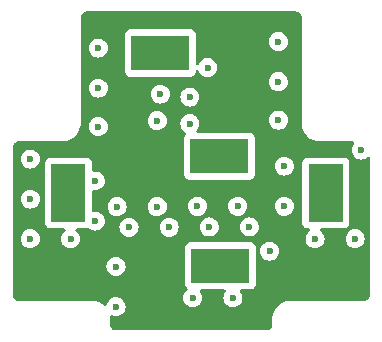
<source format=gbr>
%TF.GenerationSoftware,KiCad,Pcbnew,8.0.7*%
%TF.CreationDate,2025-04-11T02:02:32-04:00*%
%TF.ProjectId,2M_3F,324d5f33-462e-46b6-9963-61645f706362,rev?*%
%TF.SameCoordinates,Original*%
%TF.FileFunction,Copper,L3,Inr*%
%TF.FilePolarity,Positive*%
%FSLAX46Y46*%
G04 Gerber Fmt 4.6, Leading zero omitted, Abs format (unit mm)*
G04 Created by KiCad (PCBNEW 8.0.7) date 2025-04-11 02:02:32*
%MOMM*%
%LPD*%
G01*
G04 APERTURE LIST*
%TA.AperFunction,ComponentPad*%
%ADD10R,3.000000X5.000000*%
%TD*%
%TA.AperFunction,ComponentPad*%
%ADD11R,5.000000X3.000000*%
%TD*%
%TA.AperFunction,ViaPad*%
%ADD12C,0.600000*%
%TD*%
G04 APERTURE END LIST*
D10*
%TO.N,Net-(J1-Pin_1)*%
%TO.C,J1*%
X97207100Y-47653300D03*
D11*
%TO.N,GND*%
X102844600Y-47040800D03*
%TD*%
D10*
%TO.N,Net-(J1-Pin_1)*%
%TO.C,J4*%
X97112500Y-38375000D03*
D11*
%TO.N,GND*%
X102750000Y-37762500D03*
%TD*%
%TO.N,Net-(J1-Pin_1)*%
%TO.C,J3*%
X111137500Y-47512500D03*
D10*
%TO.N,GND*%
X111750000Y-40875000D03*
%TD*%
%TO.N,Net-(J1-Pin_1)*%
%TO.C,J5*%
X104387500Y-29637500D03*
D11*
%TO.N,GND*%
X97750000Y-29025000D03*
%TD*%
%TO.N,Net-(J1-Pin_1)*%
%TO.C,J2*%
X89362500Y-47512500D03*
D10*
%TO.N,GND*%
X89975000Y-40875000D03*
%TD*%
D12*
%TO.N,GND*%
X95100000Y-43775000D03*
X107000000Y-45800000D03*
X114750000Y-37250000D03*
X92250000Y-43250000D03*
X107750000Y-31450000D03*
X105300000Y-43750000D03*
X90150000Y-44750000D03*
X86750000Y-41400000D03*
X97500000Y-42025000D03*
X100250000Y-32750000D03*
X100900000Y-42000000D03*
X92500000Y-32000000D03*
X108250000Y-38600000D03*
X103900000Y-49750000D03*
X104300000Y-42000000D03*
X86750000Y-44750000D03*
X92250000Y-39850000D03*
X114250000Y-44750000D03*
X92500000Y-28600000D03*
X94100000Y-42025000D03*
X107750000Y-28050000D03*
X98500000Y-43775000D03*
X92500000Y-35250000D03*
X97500000Y-34750000D03*
X110850000Y-44750000D03*
X94000000Y-50500000D03*
X100250000Y-35000000D03*
X107750000Y-34700000D03*
X100500000Y-49750000D03*
X86750000Y-38000000D03*
X108250000Y-42000000D03*
X101900000Y-43750000D03*
X101750000Y-30250000D03*
X97750000Y-32500000D03*
X94000000Y-47100000D03*
%TO.N,Net-(J1-Pin_1)*%
X108250000Y-36900000D03*
X95800000Y-42025000D03*
X92250000Y-38150000D03*
X105600000Y-49750000D03*
X111250000Y-37000000D03*
X101750000Y-28550000D03*
X107000000Y-43750000D03*
X102500000Y-35000000D03*
X88450000Y-44750000D03*
X95250000Y-32250000D03*
X86750000Y-43100000D03*
X105350000Y-35000000D03*
X95000000Y-34750000D03*
X92500000Y-30300000D03*
X91850000Y-44750000D03*
X102600000Y-42000000D03*
X106000000Y-42000000D03*
X99200000Y-42025000D03*
X107750000Y-26350000D03*
X100200000Y-43775000D03*
X108250000Y-40300000D03*
X92500000Y-26900000D03*
X101950000Y-32750000D03*
X86750000Y-39700000D03*
X112550000Y-44750000D03*
X92250000Y-41550000D03*
X103600000Y-43750000D03*
X109150000Y-44750000D03*
X107000000Y-47500000D03*
X94000000Y-45400000D03*
X94000000Y-48800000D03*
X114750000Y-49250000D03*
X114500000Y-41750000D03*
X107750000Y-33000000D03*
X107750000Y-29750000D03*
X102200000Y-49750000D03*
X92500000Y-33550000D03*
X96800000Y-43775000D03*
%TD*%
%TA.AperFunction,Conductor*%
%TO.N,Net-(J1-Pin_1)*%
G36*
X109256922Y-25501280D02*
G01*
X109347266Y-25511459D01*
X109374331Y-25517636D01*
X109453540Y-25545352D01*
X109478553Y-25557398D01*
X109549606Y-25602043D01*
X109571313Y-25619355D01*
X109630644Y-25678686D01*
X109647957Y-25700395D01*
X109692600Y-25771444D01*
X109704648Y-25796462D01*
X109732362Y-25875666D01*
X109738540Y-25902735D01*
X109748720Y-25993076D01*
X109749500Y-26006961D01*
X109749500Y-35107317D01*
X109780044Y-35319764D01*
X109780047Y-35319774D01*
X109840517Y-35525715D01*
X109929672Y-35720938D01*
X109929679Y-35720951D01*
X110000076Y-35830490D01*
X110031775Y-35879816D01*
X110045720Y-35901514D01*
X110186275Y-36063724D01*
X110291632Y-36155016D01*
X110348487Y-36204281D01*
X110464831Y-36279050D01*
X110529048Y-36320320D01*
X110529061Y-36320327D01*
X110724284Y-36409482D01*
X110724288Y-36409483D01*
X110724290Y-36409484D01*
X110930231Y-36469954D01*
X110930232Y-36469954D01*
X110930235Y-36469955D01*
X110993584Y-36479062D01*
X111142682Y-36500500D01*
X111184108Y-36500500D01*
X114068060Y-36500500D01*
X114135099Y-36520185D01*
X114180854Y-36572989D01*
X114190798Y-36642147D01*
X114161773Y-36705703D01*
X114155741Y-36712181D01*
X114120184Y-36747737D01*
X114024211Y-36900476D01*
X113964631Y-37070745D01*
X113964630Y-37070750D01*
X113944435Y-37249996D01*
X113944435Y-37250003D01*
X113964630Y-37429249D01*
X113964631Y-37429254D01*
X114024211Y-37599523D01*
X114120184Y-37752262D01*
X114247738Y-37879816D01*
X114329525Y-37931206D01*
X114391557Y-37970184D01*
X114400478Y-37975789D01*
X114469678Y-38000003D01*
X114570745Y-38035368D01*
X114570750Y-38035369D01*
X114749996Y-38055565D01*
X114750000Y-38055565D01*
X114750004Y-38055565D01*
X114929249Y-38035369D01*
X114929252Y-38035368D01*
X114929255Y-38035368D01*
X115099522Y-37975789D01*
X115252262Y-37879816D01*
X115287819Y-37844259D01*
X115349142Y-37810774D01*
X115418834Y-37815758D01*
X115474767Y-37857630D01*
X115499184Y-37923094D01*
X115499500Y-37931940D01*
X115499500Y-49493038D01*
X115498720Y-49506923D01*
X115488540Y-49597264D01*
X115482362Y-49624333D01*
X115454648Y-49703537D01*
X115442600Y-49728555D01*
X115397957Y-49799604D01*
X115380644Y-49821313D01*
X115321313Y-49880644D01*
X115299604Y-49897957D01*
X115228555Y-49942600D01*
X115203537Y-49954648D01*
X115124333Y-49982362D01*
X115097264Y-49988540D01*
X115017075Y-49997576D01*
X115006921Y-49998720D01*
X114993038Y-49999500D01*
X108642682Y-49999500D01*
X108430235Y-50030044D01*
X108430225Y-50030047D01*
X108224284Y-50090517D01*
X108029061Y-50179672D01*
X108029048Y-50179679D01*
X107848485Y-50295720D01*
X107686275Y-50436275D01*
X107545720Y-50598485D01*
X107429679Y-50779048D01*
X107429672Y-50779061D01*
X107340517Y-50974284D01*
X107280047Y-51180225D01*
X107280044Y-51180235D01*
X107249500Y-51392682D01*
X107249500Y-51993038D01*
X107248720Y-52006923D01*
X107238540Y-52097264D01*
X107232362Y-52124333D01*
X107204648Y-52203537D01*
X107192600Y-52228555D01*
X107147957Y-52299604D01*
X107130644Y-52321313D01*
X107071313Y-52380644D01*
X107049604Y-52397957D01*
X106978555Y-52442600D01*
X106953537Y-52454648D01*
X106874333Y-52482362D01*
X106847264Y-52488540D01*
X106767075Y-52497576D01*
X106756921Y-52498720D01*
X106743038Y-52499500D01*
X94006962Y-52499500D01*
X93993078Y-52498720D01*
X93980553Y-52497308D01*
X93902735Y-52488540D01*
X93875666Y-52482362D01*
X93796462Y-52454648D01*
X93771444Y-52442600D01*
X93700395Y-52397957D01*
X93678686Y-52380644D01*
X93619355Y-52321313D01*
X93602042Y-52299604D01*
X93557399Y-52228555D01*
X93545351Y-52203537D01*
X93517637Y-52124333D01*
X93511459Y-52097263D01*
X93501280Y-52006922D01*
X93500500Y-51993038D01*
X93500500Y-51392683D01*
X93500499Y-51392676D01*
X93496351Y-51363828D01*
X93506292Y-51294669D01*
X93552046Y-51241864D01*
X93619085Y-51222178D01*
X93660043Y-51229136D01*
X93820745Y-51285368D01*
X93820750Y-51285369D01*
X93999996Y-51305565D01*
X94000000Y-51305565D01*
X94000004Y-51305565D01*
X94179249Y-51285369D01*
X94179252Y-51285368D01*
X94179255Y-51285368D01*
X94349522Y-51225789D01*
X94502262Y-51129816D01*
X94629816Y-51002262D01*
X94725789Y-50849522D01*
X94785368Y-50679255D01*
X94785369Y-50679249D01*
X94805565Y-50500003D01*
X94805565Y-50499996D01*
X94785369Y-50320750D01*
X94785368Y-50320745D01*
X94725788Y-50150476D01*
X94629815Y-49997737D01*
X94502262Y-49870184D01*
X94349523Y-49774211D01*
X94280321Y-49749996D01*
X99694435Y-49749996D01*
X99694435Y-49750003D01*
X99714630Y-49929249D01*
X99714631Y-49929254D01*
X99774211Y-50099523D01*
X99824577Y-50179679D01*
X99870184Y-50252262D01*
X99997738Y-50379816D01*
X100150478Y-50475789D01*
X100219678Y-50500003D01*
X100320745Y-50535368D01*
X100320750Y-50535369D01*
X100499996Y-50555565D01*
X100500000Y-50555565D01*
X100500004Y-50555565D01*
X100679249Y-50535369D01*
X100679252Y-50535368D01*
X100679255Y-50535368D01*
X100849522Y-50475789D01*
X101002262Y-50379816D01*
X101129816Y-50252262D01*
X101225789Y-50099522D01*
X101285368Y-49929255D01*
X101285369Y-49929249D01*
X101305565Y-49750003D01*
X101305565Y-49749996D01*
X101285369Y-49570750D01*
X101285368Y-49570745D01*
X101258177Y-49493038D01*
X101225789Y-49400478D01*
X101129816Y-49247738D01*
X101129815Y-49247737D01*
X101125727Y-49242611D01*
X101099319Y-49177924D01*
X101112076Y-49109229D01*
X101159947Y-49058336D01*
X101222675Y-49041299D01*
X103177325Y-49041299D01*
X103244364Y-49060984D01*
X103290119Y-49113788D01*
X103300063Y-49182946D01*
X103274273Y-49242611D01*
X103270183Y-49247738D01*
X103174211Y-49400476D01*
X103114631Y-49570745D01*
X103114630Y-49570750D01*
X103094435Y-49749996D01*
X103094435Y-49750003D01*
X103114630Y-49929249D01*
X103114631Y-49929254D01*
X103174211Y-50099523D01*
X103224577Y-50179679D01*
X103270184Y-50252262D01*
X103397738Y-50379816D01*
X103550478Y-50475789D01*
X103619678Y-50500003D01*
X103720745Y-50535368D01*
X103720750Y-50535369D01*
X103899996Y-50555565D01*
X103900000Y-50555565D01*
X103900004Y-50555565D01*
X104079249Y-50535369D01*
X104079252Y-50535368D01*
X104079255Y-50535368D01*
X104249522Y-50475789D01*
X104402262Y-50379816D01*
X104529816Y-50252262D01*
X104625789Y-50099522D01*
X104685368Y-49929255D01*
X104685369Y-49929249D01*
X104705565Y-49750003D01*
X104705565Y-49749996D01*
X104685369Y-49570750D01*
X104685368Y-49570745D01*
X104658177Y-49493038D01*
X104625789Y-49400478D01*
X104529816Y-49247738D01*
X104529815Y-49247737D01*
X104525727Y-49242611D01*
X104499319Y-49177924D01*
X104512076Y-49109229D01*
X104559947Y-49058336D01*
X104622675Y-49041299D01*
X105392471Y-49041299D01*
X105392472Y-49041299D01*
X105452083Y-49034891D01*
X105586931Y-48984596D01*
X105702146Y-48898346D01*
X105788396Y-48783131D01*
X105838691Y-48648283D01*
X105845100Y-48588673D01*
X105845099Y-45799996D01*
X106194435Y-45799996D01*
X106194435Y-45800003D01*
X106214630Y-45979249D01*
X106214631Y-45979254D01*
X106274211Y-46149523D01*
X106365266Y-46294435D01*
X106370184Y-46302262D01*
X106497738Y-46429816D01*
X106650478Y-46525789D01*
X106820745Y-46585368D01*
X106820750Y-46585369D01*
X106999996Y-46605565D01*
X107000000Y-46605565D01*
X107000004Y-46605565D01*
X107179249Y-46585369D01*
X107179252Y-46585368D01*
X107179255Y-46585368D01*
X107349522Y-46525789D01*
X107502262Y-46429816D01*
X107629816Y-46302262D01*
X107725789Y-46149522D01*
X107785368Y-45979255D01*
X107805565Y-45800000D01*
X107785368Y-45620745D01*
X107725789Y-45450478D01*
X107715005Y-45433316D01*
X107681388Y-45379815D01*
X107629816Y-45297738D01*
X107502262Y-45170184D01*
X107349523Y-45074211D01*
X107179254Y-45014631D01*
X107179249Y-45014630D01*
X107000004Y-44994435D01*
X106999996Y-44994435D01*
X106820750Y-45014630D01*
X106820745Y-45014631D01*
X106650476Y-45074211D01*
X106497737Y-45170184D01*
X106370184Y-45297737D01*
X106274211Y-45450476D01*
X106214631Y-45620745D01*
X106214630Y-45620750D01*
X106194435Y-45799996D01*
X105845099Y-45799996D01*
X105845099Y-45492928D01*
X105838691Y-45433317D01*
X105818736Y-45379816D01*
X105788397Y-45298471D01*
X105788393Y-45298464D01*
X105702147Y-45183255D01*
X105702144Y-45183252D01*
X105586935Y-45097006D01*
X105586928Y-45097002D01*
X105452082Y-45046708D01*
X105452083Y-45046708D01*
X105392483Y-45040301D01*
X105392481Y-45040300D01*
X105392473Y-45040300D01*
X105392464Y-45040300D01*
X100296729Y-45040300D01*
X100296723Y-45040301D01*
X100237116Y-45046708D01*
X100102271Y-45097002D01*
X100102264Y-45097006D01*
X99987055Y-45183252D01*
X99987052Y-45183255D01*
X99900806Y-45298464D01*
X99900802Y-45298471D01*
X99850508Y-45433317D01*
X99844101Y-45492916D01*
X99844101Y-45492923D01*
X99844100Y-45492935D01*
X99844100Y-48588670D01*
X99844101Y-48588676D01*
X99850508Y-48648283D01*
X99900802Y-48783128D01*
X99900806Y-48783135D01*
X99987052Y-48898344D01*
X99987053Y-48898344D01*
X99987054Y-48898346D01*
X100008501Y-48914401D01*
X100050371Y-48970335D01*
X100055355Y-49040026D01*
X100021869Y-49101349D01*
X100000168Y-49118656D01*
X99997744Y-49120179D01*
X99997737Y-49120184D01*
X99870184Y-49247737D01*
X99774211Y-49400476D01*
X99714631Y-49570745D01*
X99714630Y-49570750D01*
X99694435Y-49749996D01*
X94280321Y-49749996D01*
X94179254Y-49714631D01*
X94179249Y-49714630D01*
X94000004Y-49694435D01*
X93999996Y-49694435D01*
X93820750Y-49714630D01*
X93820745Y-49714631D01*
X93650476Y-49774211D01*
X93497737Y-49870184D01*
X93370184Y-49997737D01*
X93274211Y-50150476D01*
X93214628Y-50320754D01*
X93213665Y-50324975D01*
X93179552Y-50385951D01*
X93117888Y-50418805D01*
X93048252Y-50413105D01*
X93011573Y-50391087D01*
X92998564Y-50379815D01*
X92901513Y-50295719D01*
X92833892Y-50252262D01*
X92720951Y-50179679D01*
X92720938Y-50179672D01*
X92525715Y-50090517D01*
X92319774Y-50030047D01*
X92319764Y-50030044D01*
X92128754Y-50002582D01*
X92107318Y-49999500D01*
X92107317Y-49999500D01*
X85756962Y-49999500D01*
X85743078Y-49998720D01*
X85730553Y-49997308D01*
X85652735Y-49988540D01*
X85625666Y-49982362D01*
X85546462Y-49954648D01*
X85521444Y-49942600D01*
X85450395Y-49897957D01*
X85428686Y-49880644D01*
X85369355Y-49821313D01*
X85352042Y-49799604D01*
X85320871Y-49749996D01*
X85307398Y-49728553D01*
X85295351Y-49703537D01*
X85292166Y-49694435D01*
X85267636Y-49624331D01*
X85261459Y-49597263D01*
X85251280Y-49506922D01*
X85250500Y-49493038D01*
X85250500Y-47099996D01*
X93194435Y-47099996D01*
X93194435Y-47100003D01*
X93214630Y-47279249D01*
X93214631Y-47279254D01*
X93274211Y-47449523D01*
X93370184Y-47602262D01*
X93497738Y-47729816D01*
X93650478Y-47825789D01*
X93820745Y-47885368D01*
X93820750Y-47885369D01*
X93999996Y-47905565D01*
X94000000Y-47905565D01*
X94000004Y-47905565D01*
X94179249Y-47885369D01*
X94179252Y-47885368D01*
X94179255Y-47885368D01*
X94349522Y-47825789D01*
X94502262Y-47729816D01*
X94629816Y-47602262D01*
X94725789Y-47449522D01*
X94785368Y-47279255D01*
X94805565Y-47100000D01*
X94785368Y-46920745D01*
X94725789Y-46750478D01*
X94629816Y-46597738D01*
X94502262Y-46470184D01*
X94438017Y-46429816D01*
X94349523Y-46374211D01*
X94179254Y-46314631D01*
X94179249Y-46314630D01*
X94000004Y-46294435D01*
X93999996Y-46294435D01*
X93820750Y-46314630D01*
X93820745Y-46314631D01*
X93650476Y-46374211D01*
X93497737Y-46470184D01*
X93370184Y-46597737D01*
X93274211Y-46750476D01*
X93214631Y-46920745D01*
X93214630Y-46920750D01*
X93194435Y-47099996D01*
X85250500Y-47099996D01*
X85250500Y-44749996D01*
X85944435Y-44749996D01*
X85944435Y-44750003D01*
X85964630Y-44929249D01*
X85964631Y-44929254D01*
X86024211Y-45099523D01*
X86068611Y-45170184D01*
X86120184Y-45252262D01*
X86247738Y-45379816D01*
X86332883Y-45433316D01*
X86360192Y-45450476D01*
X86400478Y-45475789D01*
X86570745Y-45535368D01*
X86570750Y-45535369D01*
X86749996Y-45555565D01*
X86750000Y-45555565D01*
X86750004Y-45555565D01*
X86929249Y-45535369D01*
X86929252Y-45535368D01*
X86929255Y-45535368D01*
X87099522Y-45475789D01*
X87252262Y-45379816D01*
X87379816Y-45252262D01*
X87475789Y-45099522D01*
X87535368Y-44929255D01*
X87555565Y-44750000D01*
X87536474Y-44580565D01*
X87535369Y-44570750D01*
X87535368Y-44570745D01*
X87477307Y-44404816D01*
X87475789Y-44400478D01*
X87379816Y-44247738D01*
X87252262Y-44120184D01*
X87252256Y-44120180D01*
X87099523Y-44024211D01*
X86929254Y-43964631D01*
X86929249Y-43964630D01*
X86750004Y-43944435D01*
X86749996Y-43944435D01*
X86570750Y-43964630D01*
X86570745Y-43964631D01*
X86400476Y-44024211D01*
X86247737Y-44120184D01*
X86120184Y-44247737D01*
X86024211Y-44400476D01*
X85964631Y-44570745D01*
X85964630Y-44570750D01*
X85944435Y-44749996D01*
X85250500Y-44749996D01*
X85250500Y-41399996D01*
X85944435Y-41399996D01*
X85944435Y-41400003D01*
X85964630Y-41579249D01*
X85964631Y-41579254D01*
X86024211Y-41749523D01*
X86084672Y-41845745D01*
X86120184Y-41902262D01*
X86247738Y-42029816D01*
X86400478Y-42125789D01*
X86553258Y-42179249D01*
X86570745Y-42185368D01*
X86570750Y-42185369D01*
X86749996Y-42205565D01*
X86750000Y-42205565D01*
X86750004Y-42205565D01*
X86929249Y-42185369D01*
X86929252Y-42185368D01*
X86929255Y-42185368D01*
X87099522Y-42125789D01*
X87252262Y-42029816D01*
X87379816Y-41902262D01*
X87475789Y-41749522D01*
X87535368Y-41579255D01*
X87555565Y-41400000D01*
X87555022Y-41395184D01*
X87535369Y-41220750D01*
X87535368Y-41220745D01*
X87475788Y-41050476D01*
X87379815Y-40897737D01*
X87252262Y-40770184D01*
X87099523Y-40674211D01*
X86929254Y-40614631D01*
X86929249Y-40614630D01*
X86750004Y-40594435D01*
X86749996Y-40594435D01*
X86570750Y-40614630D01*
X86570745Y-40614631D01*
X86400476Y-40674211D01*
X86247737Y-40770184D01*
X86120184Y-40897737D01*
X86024211Y-41050476D01*
X85964631Y-41220745D01*
X85964630Y-41220750D01*
X85944435Y-41399996D01*
X85250500Y-41399996D01*
X85250500Y-37999996D01*
X85944435Y-37999996D01*
X85944435Y-38000003D01*
X85964630Y-38179249D01*
X85964631Y-38179254D01*
X86024211Y-38349523D01*
X86120184Y-38502262D01*
X86247738Y-38629816D01*
X86400478Y-38725789D01*
X86553258Y-38779249D01*
X86570745Y-38785368D01*
X86570750Y-38785369D01*
X86749996Y-38805565D01*
X86750000Y-38805565D01*
X86750004Y-38805565D01*
X86929249Y-38785369D01*
X86929252Y-38785368D01*
X86929255Y-38785368D01*
X87099522Y-38725789D01*
X87252262Y-38629816D01*
X87379816Y-38502262D01*
X87475789Y-38349522D01*
X87483623Y-38327135D01*
X87974500Y-38327135D01*
X87974500Y-43422870D01*
X87974501Y-43422876D01*
X87980908Y-43482483D01*
X88031202Y-43617328D01*
X88031206Y-43617335D01*
X88117452Y-43732544D01*
X88117455Y-43732547D01*
X88232664Y-43818793D01*
X88232671Y-43818797D01*
X88367517Y-43869091D01*
X88367516Y-43869091D01*
X88374444Y-43869835D01*
X88427127Y-43875500D01*
X89606739Y-43875499D01*
X89673776Y-43895184D01*
X89719531Y-43947987D01*
X89729475Y-44017146D01*
X89700450Y-44080702D01*
X89672711Y-44104491D01*
X89647742Y-44120180D01*
X89647737Y-44120184D01*
X89520184Y-44247737D01*
X89424211Y-44400476D01*
X89364631Y-44570745D01*
X89364630Y-44570750D01*
X89344435Y-44749996D01*
X89344435Y-44750003D01*
X89364630Y-44929249D01*
X89364631Y-44929254D01*
X89424211Y-45099523D01*
X89468611Y-45170184D01*
X89520184Y-45252262D01*
X89647738Y-45379816D01*
X89732883Y-45433316D01*
X89760192Y-45450476D01*
X89800478Y-45475789D01*
X89970745Y-45535368D01*
X89970750Y-45535369D01*
X90149996Y-45555565D01*
X90150000Y-45555565D01*
X90150004Y-45555565D01*
X90329249Y-45535369D01*
X90329252Y-45535368D01*
X90329255Y-45535368D01*
X90499522Y-45475789D01*
X90652262Y-45379816D01*
X90779816Y-45252262D01*
X90875789Y-45099522D01*
X90935368Y-44929255D01*
X90955565Y-44750000D01*
X90936474Y-44580565D01*
X90935369Y-44570750D01*
X90935368Y-44570745D01*
X90877307Y-44404816D01*
X90875789Y-44400478D01*
X90779816Y-44247738D01*
X90652262Y-44120184D01*
X90652260Y-44120182D01*
X90627289Y-44104492D01*
X90580998Y-44052157D01*
X90570351Y-43983104D01*
X90598726Y-43919256D01*
X90657116Y-43880884D01*
X90693260Y-43875499D01*
X91522872Y-43875499D01*
X91582483Y-43869091D01*
X91620367Y-43854960D01*
X91690059Y-43849976D01*
X91740615Y-43877580D01*
X91742295Y-43875475D01*
X91747737Y-43879815D01*
X91747738Y-43879816D01*
X91826410Y-43929249D01*
X91882721Y-43964632D01*
X91900478Y-43975789D01*
X92018667Y-44017145D01*
X92070745Y-44035368D01*
X92070750Y-44035369D01*
X92249996Y-44055565D01*
X92250000Y-44055565D01*
X92250004Y-44055565D01*
X92429249Y-44035369D01*
X92429252Y-44035368D01*
X92429255Y-44035368D01*
X92599522Y-43975789D01*
X92752262Y-43879816D01*
X92857082Y-43774996D01*
X94294435Y-43774996D01*
X94294435Y-43775003D01*
X94314630Y-43954249D01*
X94314631Y-43954254D01*
X94374211Y-44124523D01*
X94451632Y-44247737D01*
X94470184Y-44277262D01*
X94597738Y-44404816D01*
X94750478Y-44500789D01*
X94849299Y-44535368D01*
X94920745Y-44560368D01*
X94920750Y-44560369D01*
X95099996Y-44580565D01*
X95100000Y-44580565D01*
X95100004Y-44580565D01*
X95279249Y-44560369D01*
X95279252Y-44560368D01*
X95279255Y-44560368D01*
X95449522Y-44500789D01*
X95602262Y-44404816D01*
X95729816Y-44277262D01*
X95825789Y-44124522D01*
X95885368Y-43954255D01*
X95885369Y-43954249D01*
X95905565Y-43775003D01*
X95905565Y-43774996D01*
X97694435Y-43774996D01*
X97694435Y-43775003D01*
X97714630Y-43954249D01*
X97714631Y-43954254D01*
X97774211Y-44124523D01*
X97851632Y-44247737D01*
X97870184Y-44277262D01*
X97997738Y-44404816D01*
X98150478Y-44500789D01*
X98249299Y-44535368D01*
X98320745Y-44560368D01*
X98320750Y-44560369D01*
X98499996Y-44580565D01*
X98500000Y-44580565D01*
X98500004Y-44580565D01*
X98679249Y-44560369D01*
X98679252Y-44560368D01*
X98679255Y-44560368D01*
X98849522Y-44500789D01*
X99002262Y-44404816D01*
X99129816Y-44277262D01*
X99225789Y-44124522D01*
X99285368Y-43954255D01*
X99285369Y-43954249D01*
X99305565Y-43775003D01*
X99305565Y-43774996D01*
X99302748Y-43749996D01*
X101094435Y-43749996D01*
X101094435Y-43750003D01*
X101114630Y-43929249D01*
X101114631Y-43929254D01*
X101174211Y-44099523D01*
X101189920Y-44124523D01*
X101270184Y-44252262D01*
X101397738Y-44379816D01*
X101550478Y-44475789D01*
X101621924Y-44500789D01*
X101720745Y-44535368D01*
X101720750Y-44535369D01*
X101899996Y-44555565D01*
X101900000Y-44555565D01*
X101900004Y-44555565D01*
X102079249Y-44535369D01*
X102079252Y-44535368D01*
X102079255Y-44535368D01*
X102249522Y-44475789D01*
X102402262Y-44379816D01*
X102529816Y-44252262D01*
X102625789Y-44099522D01*
X102685368Y-43929255D01*
X102690818Y-43880884D01*
X102705565Y-43750003D01*
X102705565Y-43749996D01*
X104494435Y-43749996D01*
X104494435Y-43750003D01*
X104514630Y-43929249D01*
X104514631Y-43929254D01*
X104574211Y-44099523D01*
X104589920Y-44124523D01*
X104670184Y-44252262D01*
X104797738Y-44379816D01*
X104950478Y-44475789D01*
X105021924Y-44500789D01*
X105120745Y-44535368D01*
X105120750Y-44535369D01*
X105299996Y-44555565D01*
X105300000Y-44555565D01*
X105300004Y-44555565D01*
X105479249Y-44535369D01*
X105479252Y-44535368D01*
X105479255Y-44535368D01*
X105649522Y-44475789D01*
X105802262Y-44379816D01*
X105929816Y-44252262D01*
X106025789Y-44099522D01*
X106085368Y-43929255D01*
X106090818Y-43880884D01*
X106105565Y-43750003D01*
X106105565Y-43749996D01*
X106085369Y-43570750D01*
X106085368Y-43570745D01*
X106054483Y-43482482D01*
X106025789Y-43400478D01*
X105929816Y-43247738D01*
X105802262Y-43120184D01*
X105649523Y-43024211D01*
X105479254Y-42964631D01*
X105479249Y-42964630D01*
X105300004Y-42944435D01*
X105299996Y-42944435D01*
X105120750Y-42964630D01*
X105120745Y-42964631D01*
X104950476Y-43024211D01*
X104797737Y-43120184D01*
X104670184Y-43247737D01*
X104574211Y-43400476D01*
X104514631Y-43570745D01*
X104514630Y-43570750D01*
X104494435Y-43749996D01*
X102705565Y-43749996D01*
X102685369Y-43570750D01*
X102685368Y-43570745D01*
X102654483Y-43482482D01*
X102625789Y-43400478D01*
X102529816Y-43247738D01*
X102402262Y-43120184D01*
X102249523Y-43024211D01*
X102079254Y-42964631D01*
X102079249Y-42964630D01*
X101900004Y-42944435D01*
X101899996Y-42944435D01*
X101720750Y-42964630D01*
X101720745Y-42964631D01*
X101550476Y-43024211D01*
X101397737Y-43120184D01*
X101270184Y-43247737D01*
X101174211Y-43400476D01*
X101114631Y-43570745D01*
X101114630Y-43570750D01*
X101094435Y-43749996D01*
X99302748Y-43749996D01*
X99285369Y-43595750D01*
X99285368Y-43595745D01*
X99245736Y-43482483D01*
X99225789Y-43425478D01*
X99224158Y-43422883D01*
X99129815Y-43272737D01*
X99002262Y-43145184D01*
X98849523Y-43049211D01*
X98679254Y-42989631D01*
X98679249Y-42989630D01*
X98500004Y-42969435D01*
X98499996Y-42969435D01*
X98320750Y-42989630D01*
X98320745Y-42989631D01*
X98150476Y-43049211D01*
X97997737Y-43145184D01*
X97870184Y-43272737D01*
X97774211Y-43425476D01*
X97714631Y-43595745D01*
X97714630Y-43595750D01*
X97694435Y-43774996D01*
X95905565Y-43774996D01*
X95885369Y-43595750D01*
X95885368Y-43595745D01*
X95845736Y-43482483D01*
X95825789Y-43425478D01*
X95824158Y-43422883D01*
X95729815Y-43272737D01*
X95602262Y-43145184D01*
X95449523Y-43049211D01*
X95279254Y-42989631D01*
X95279249Y-42989630D01*
X95100004Y-42969435D01*
X95099996Y-42969435D01*
X94920750Y-42989630D01*
X94920745Y-42989631D01*
X94750476Y-43049211D01*
X94597737Y-43145184D01*
X94470184Y-43272737D01*
X94374211Y-43425476D01*
X94314631Y-43595745D01*
X94314630Y-43595750D01*
X94294435Y-43774996D01*
X92857082Y-43774996D01*
X92879816Y-43752262D01*
X92975789Y-43599522D01*
X93035368Y-43429255D01*
X93036087Y-43422873D01*
X93055565Y-43250003D01*
X93055565Y-43249996D01*
X93035369Y-43070750D01*
X93035368Y-43070745D01*
X93006985Y-42989631D01*
X92975789Y-42900478D01*
X92879816Y-42747738D01*
X92752262Y-42620184D01*
X92599523Y-42524211D01*
X92429254Y-42464631D01*
X92429249Y-42464630D01*
X92250004Y-42444435D01*
X92249996Y-42444435D01*
X92113382Y-42459827D01*
X92044560Y-42447772D01*
X91993181Y-42400423D01*
X91975499Y-42336607D01*
X91975499Y-42024996D01*
X93294435Y-42024996D01*
X93294435Y-42025003D01*
X93314630Y-42204249D01*
X93314631Y-42204254D01*
X93374211Y-42374523D01*
X93430830Y-42464631D01*
X93470184Y-42527262D01*
X93597738Y-42654816D01*
X93688080Y-42711582D01*
X93745620Y-42747737D01*
X93750478Y-42750789D01*
X93849299Y-42785368D01*
X93920745Y-42810368D01*
X93920750Y-42810369D01*
X94099996Y-42830565D01*
X94100000Y-42830565D01*
X94100004Y-42830565D01*
X94279249Y-42810369D01*
X94279252Y-42810368D01*
X94279255Y-42810368D01*
X94449522Y-42750789D01*
X94602262Y-42654816D01*
X94729816Y-42527262D01*
X94825789Y-42374522D01*
X94885368Y-42204255D01*
X94888185Y-42179254D01*
X94905565Y-42025003D01*
X94905565Y-42024996D01*
X96694435Y-42024996D01*
X96694435Y-42025003D01*
X96714630Y-42204249D01*
X96714631Y-42204254D01*
X96774211Y-42374523D01*
X96830830Y-42464631D01*
X96870184Y-42527262D01*
X96997738Y-42654816D01*
X97088080Y-42711582D01*
X97145620Y-42747737D01*
X97150478Y-42750789D01*
X97249299Y-42785368D01*
X97320745Y-42810368D01*
X97320750Y-42810369D01*
X97499996Y-42830565D01*
X97500000Y-42830565D01*
X97500004Y-42830565D01*
X97679249Y-42810369D01*
X97679252Y-42810368D01*
X97679255Y-42810368D01*
X97849522Y-42750789D01*
X98002262Y-42654816D01*
X98129816Y-42527262D01*
X98225789Y-42374522D01*
X98285368Y-42204255D01*
X98288185Y-42179254D01*
X98305565Y-42025003D01*
X98305565Y-42024996D01*
X98302748Y-41999996D01*
X100094435Y-41999996D01*
X100094435Y-42000003D01*
X100114630Y-42179249D01*
X100114631Y-42179254D01*
X100174211Y-42349523D01*
X100243520Y-42459827D01*
X100270184Y-42502262D01*
X100397738Y-42629816D01*
X100550478Y-42725789D01*
X100621924Y-42750789D01*
X100720745Y-42785368D01*
X100720750Y-42785369D01*
X100899996Y-42805565D01*
X100900000Y-42805565D01*
X100900004Y-42805565D01*
X101079249Y-42785369D01*
X101079252Y-42785368D01*
X101079255Y-42785368D01*
X101249522Y-42725789D01*
X101402262Y-42629816D01*
X101529816Y-42502262D01*
X101625789Y-42349522D01*
X101685368Y-42179255D01*
X101691392Y-42125789D01*
X101705565Y-42000003D01*
X101705565Y-41999996D01*
X103494435Y-41999996D01*
X103494435Y-42000003D01*
X103514630Y-42179249D01*
X103514631Y-42179254D01*
X103574211Y-42349523D01*
X103643520Y-42459827D01*
X103670184Y-42502262D01*
X103797738Y-42629816D01*
X103950478Y-42725789D01*
X104021924Y-42750789D01*
X104120745Y-42785368D01*
X104120750Y-42785369D01*
X104299996Y-42805565D01*
X104300000Y-42805565D01*
X104300004Y-42805565D01*
X104479249Y-42785369D01*
X104479252Y-42785368D01*
X104479255Y-42785368D01*
X104649522Y-42725789D01*
X104802262Y-42629816D01*
X104929816Y-42502262D01*
X105025789Y-42349522D01*
X105085368Y-42179255D01*
X105091392Y-42125789D01*
X105105565Y-42000003D01*
X105105565Y-41999996D01*
X107444435Y-41999996D01*
X107444435Y-42000003D01*
X107464630Y-42179249D01*
X107464631Y-42179254D01*
X107524211Y-42349523D01*
X107593520Y-42459827D01*
X107620184Y-42502262D01*
X107747738Y-42629816D01*
X107900478Y-42725789D01*
X107971924Y-42750789D01*
X108070745Y-42785368D01*
X108070750Y-42785369D01*
X108249996Y-42805565D01*
X108250000Y-42805565D01*
X108250004Y-42805565D01*
X108429249Y-42785369D01*
X108429252Y-42785368D01*
X108429255Y-42785368D01*
X108599522Y-42725789D01*
X108752262Y-42629816D01*
X108879816Y-42502262D01*
X108975789Y-42349522D01*
X109035368Y-42179255D01*
X109041392Y-42125789D01*
X109055565Y-42000003D01*
X109055565Y-41999996D01*
X109035369Y-41820750D01*
X109035368Y-41820745D01*
X108975788Y-41650476D01*
X108931033Y-41579249D01*
X108879816Y-41497738D01*
X108752262Y-41370184D01*
X108599523Y-41274211D01*
X108429254Y-41214631D01*
X108429249Y-41214630D01*
X108250004Y-41194435D01*
X108249996Y-41194435D01*
X108070750Y-41214630D01*
X108070745Y-41214631D01*
X107900476Y-41274211D01*
X107747737Y-41370184D01*
X107620184Y-41497737D01*
X107524211Y-41650476D01*
X107464631Y-41820745D01*
X107464630Y-41820750D01*
X107444435Y-41999996D01*
X105105565Y-41999996D01*
X105085369Y-41820750D01*
X105085368Y-41820745D01*
X105025788Y-41650476D01*
X104981033Y-41579249D01*
X104929816Y-41497738D01*
X104802262Y-41370184D01*
X104649523Y-41274211D01*
X104479254Y-41214631D01*
X104479249Y-41214630D01*
X104300004Y-41194435D01*
X104299996Y-41194435D01*
X104120750Y-41214630D01*
X104120745Y-41214631D01*
X103950476Y-41274211D01*
X103797737Y-41370184D01*
X103670184Y-41497737D01*
X103574211Y-41650476D01*
X103514631Y-41820745D01*
X103514630Y-41820750D01*
X103494435Y-41999996D01*
X101705565Y-41999996D01*
X101685369Y-41820750D01*
X101685368Y-41820745D01*
X101625788Y-41650476D01*
X101581033Y-41579249D01*
X101529816Y-41497738D01*
X101402262Y-41370184D01*
X101249523Y-41274211D01*
X101079254Y-41214631D01*
X101079249Y-41214630D01*
X100900004Y-41194435D01*
X100899996Y-41194435D01*
X100720750Y-41214630D01*
X100720745Y-41214631D01*
X100550476Y-41274211D01*
X100397737Y-41370184D01*
X100270184Y-41497737D01*
X100174211Y-41650476D01*
X100114631Y-41820745D01*
X100114630Y-41820750D01*
X100094435Y-41999996D01*
X98302748Y-41999996D01*
X98285369Y-41845750D01*
X98285368Y-41845745D01*
X98225788Y-41675476D01*
X98129815Y-41522737D01*
X98002262Y-41395184D01*
X97849523Y-41299211D01*
X97679254Y-41239631D01*
X97679249Y-41239630D01*
X97500004Y-41219435D01*
X97499996Y-41219435D01*
X97320750Y-41239630D01*
X97320745Y-41239631D01*
X97150476Y-41299211D01*
X96997737Y-41395184D01*
X96870184Y-41522737D01*
X96774211Y-41675476D01*
X96714631Y-41845745D01*
X96714630Y-41845750D01*
X96694435Y-42024996D01*
X94905565Y-42024996D01*
X94885369Y-41845750D01*
X94885368Y-41845745D01*
X94825788Y-41675476D01*
X94729815Y-41522737D01*
X94602262Y-41395184D01*
X94449523Y-41299211D01*
X94279254Y-41239631D01*
X94279249Y-41239630D01*
X94100004Y-41219435D01*
X94099996Y-41219435D01*
X93920750Y-41239630D01*
X93920745Y-41239631D01*
X93750476Y-41299211D01*
X93597737Y-41395184D01*
X93470184Y-41522737D01*
X93374211Y-41675476D01*
X93314631Y-41845745D01*
X93314630Y-41845750D01*
X93294435Y-42024996D01*
X91975499Y-42024996D01*
X91975499Y-40763392D01*
X91995184Y-40696353D01*
X92047988Y-40650598D01*
X92113382Y-40640172D01*
X92145557Y-40643797D01*
X92249997Y-40655565D01*
X92250000Y-40655565D01*
X92250004Y-40655565D01*
X92429249Y-40635369D01*
X92429252Y-40635368D01*
X92429255Y-40635368D01*
X92599522Y-40575789D01*
X92752262Y-40479816D01*
X92879816Y-40352262D01*
X92975789Y-40199522D01*
X93035368Y-40029255D01*
X93055565Y-39850000D01*
X93045762Y-39762999D01*
X93035369Y-39670750D01*
X93035368Y-39670745D01*
X93017627Y-39620044D01*
X92975789Y-39500478D01*
X92879816Y-39347738D01*
X92752262Y-39220184D01*
X92599523Y-39124211D01*
X92429254Y-39064631D01*
X92429249Y-39064630D01*
X92250004Y-39044435D01*
X92249996Y-39044435D01*
X92113382Y-39059827D01*
X92044560Y-39047772D01*
X91993181Y-39000423D01*
X91975499Y-38936607D01*
X91975499Y-38327129D01*
X91975498Y-38327123D01*
X91975497Y-38327116D01*
X91969091Y-38267517D01*
X91936171Y-38179255D01*
X91918797Y-38132671D01*
X91918793Y-38132664D01*
X91832547Y-38017455D01*
X91832544Y-38017452D01*
X91717335Y-37931206D01*
X91717328Y-37931202D01*
X91582482Y-37880908D01*
X91582483Y-37880908D01*
X91522883Y-37874501D01*
X91522881Y-37874500D01*
X91522873Y-37874500D01*
X91522864Y-37874500D01*
X88427129Y-37874500D01*
X88427123Y-37874501D01*
X88367516Y-37880908D01*
X88232671Y-37931202D01*
X88232664Y-37931206D01*
X88117455Y-38017452D01*
X88117452Y-38017455D01*
X88031206Y-38132664D01*
X88031202Y-38132671D01*
X87980908Y-38267517D01*
X87974501Y-38327116D01*
X87974501Y-38327123D01*
X87974500Y-38327135D01*
X87483623Y-38327135D01*
X87535368Y-38179255D01*
X87540617Y-38132669D01*
X87555565Y-38000003D01*
X87555565Y-37999996D01*
X87535369Y-37820750D01*
X87535368Y-37820745D01*
X87475788Y-37650476D01*
X87379815Y-37497737D01*
X87252262Y-37370184D01*
X87099523Y-37274211D01*
X86929254Y-37214631D01*
X86929249Y-37214630D01*
X86750004Y-37194435D01*
X86749996Y-37194435D01*
X86570750Y-37214630D01*
X86570745Y-37214631D01*
X86400476Y-37274211D01*
X86247737Y-37370184D01*
X86120184Y-37497737D01*
X86024211Y-37650476D01*
X85964631Y-37820745D01*
X85964630Y-37820750D01*
X85944435Y-37999996D01*
X85250500Y-37999996D01*
X85250500Y-37006961D01*
X85251280Y-36993077D01*
X85255778Y-36953155D01*
X85261459Y-36902731D01*
X85267635Y-36875670D01*
X85295353Y-36796456D01*
X85307396Y-36771450D01*
X85352046Y-36700389D01*
X85369351Y-36678690D01*
X85428690Y-36619351D01*
X85450389Y-36602046D01*
X85521450Y-36557396D01*
X85546456Y-36545353D01*
X85625670Y-36517635D01*
X85652733Y-36511459D01*
X85715419Y-36504396D01*
X85743079Y-36501280D01*
X85756962Y-36500500D01*
X89607317Y-36500500D01*
X89607318Y-36500500D01*
X89789612Y-36474290D01*
X89819764Y-36469955D01*
X89819765Y-36469954D01*
X89819769Y-36469954D01*
X90025710Y-36409484D01*
X90025713Y-36409482D01*
X90025715Y-36409482D01*
X90220938Y-36320327D01*
X90220944Y-36320323D01*
X90220950Y-36320321D01*
X90401513Y-36204281D01*
X90563724Y-36063724D01*
X90704281Y-35901513D01*
X90820321Y-35720950D01*
X90820323Y-35720944D01*
X90820327Y-35720938D01*
X90909482Y-35525715D01*
X90909482Y-35525713D01*
X90909484Y-35525710D01*
X90969954Y-35319769D01*
X90979986Y-35249996D01*
X91694435Y-35249996D01*
X91694435Y-35250003D01*
X91714630Y-35429249D01*
X91714631Y-35429254D01*
X91774211Y-35599523D01*
X91824577Y-35679679D01*
X91870184Y-35752262D01*
X91997738Y-35879816D01*
X92150478Y-35975789D01*
X92320745Y-36035368D01*
X92320750Y-36035369D01*
X92499996Y-36055565D01*
X92500000Y-36055565D01*
X92500004Y-36055565D01*
X92679249Y-36035369D01*
X92679252Y-36035368D01*
X92679255Y-36035368D01*
X92849522Y-35975789D01*
X93002262Y-35879816D01*
X93129816Y-35752262D01*
X93225789Y-35599522D01*
X93285368Y-35429255D01*
X93289732Y-35390525D01*
X93305565Y-35250003D01*
X93305565Y-35249996D01*
X93285369Y-35070750D01*
X93285368Y-35070745D01*
X93260612Y-34999996D01*
X93225789Y-34900478D01*
X93131235Y-34749996D01*
X96694435Y-34749996D01*
X96694435Y-34750003D01*
X96714630Y-34929249D01*
X96714631Y-34929254D01*
X96774211Y-35099523D01*
X96868760Y-35249996D01*
X96870184Y-35252262D01*
X96997738Y-35379816D01*
X97150478Y-35475789D01*
X97235573Y-35505565D01*
X97320745Y-35535368D01*
X97320750Y-35535369D01*
X97499996Y-35555565D01*
X97500000Y-35555565D01*
X97500004Y-35555565D01*
X97679249Y-35535369D01*
X97679252Y-35535368D01*
X97679255Y-35535368D01*
X97849522Y-35475789D01*
X98002262Y-35379816D01*
X98129816Y-35252262D01*
X98225789Y-35099522D01*
X98260615Y-34999996D01*
X99444435Y-34999996D01*
X99444435Y-35000003D01*
X99464630Y-35179249D01*
X99464631Y-35179254D01*
X99524211Y-35349523D01*
X99587367Y-35450034D01*
X99620184Y-35502262D01*
X99747738Y-35629816D01*
X99842742Y-35689511D01*
X99873921Y-35709102D01*
X99920212Y-35761437D01*
X99930860Y-35830490D01*
X99902485Y-35894339D01*
X99895635Y-35901773D01*
X99892451Y-35904956D01*
X99806206Y-36020164D01*
X99806202Y-36020171D01*
X99755908Y-36155017D01*
X99750612Y-36204281D01*
X99749501Y-36214623D01*
X99749500Y-36214635D01*
X99749500Y-39310370D01*
X99749501Y-39310376D01*
X99755908Y-39369983D01*
X99806202Y-39504828D01*
X99806206Y-39504835D01*
X99892452Y-39620044D01*
X99892455Y-39620047D01*
X100007664Y-39706293D01*
X100007671Y-39706297D01*
X100142517Y-39756591D01*
X100142516Y-39756591D01*
X100149444Y-39757335D01*
X100202127Y-39763000D01*
X105297872Y-39762999D01*
X105357483Y-39756591D01*
X105492331Y-39706296D01*
X105607546Y-39620046D01*
X105693796Y-39504831D01*
X105744091Y-39369983D01*
X105750500Y-39310373D01*
X105750500Y-38599996D01*
X107444435Y-38599996D01*
X107444435Y-38600003D01*
X107464630Y-38779249D01*
X107464631Y-38779254D01*
X107524211Y-38949523D01*
X107593520Y-39059827D01*
X107620184Y-39102262D01*
X107747738Y-39229816D01*
X107838080Y-39286582D01*
X107875959Y-39310383D01*
X107900478Y-39325789D01*
X108026777Y-39369983D01*
X108070745Y-39385368D01*
X108070750Y-39385369D01*
X108249996Y-39405565D01*
X108250000Y-39405565D01*
X108250004Y-39405565D01*
X108429249Y-39385369D01*
X108429252Y-39385368D01*
X108429255Y-39385368D01*
X108599522Y-39325789D01*
X108752262Y-39229816D01*
X108879816Y-39102262D01*
X108975789Y-38949522D01*
X109035368Y-38779255D01*
X109041392Y-38725789D01*
X109055565Y-38600003D01*
X109055565Y-38599996D01*
X109035369Y-38420750D01*
X109035368Y-38420745D01*
X109002612Y-38327135D01*
X109749500Y-38327135D01*
X109749500Y-43422870D01*
X109749501Y-43422876D01*
X109755908Y-43482483D01*
X109806202Y-43617328D01*
X109806206Y-43617335D01*
X109892452Y-43732544D01*
X109892455Y-43732547D01*
X110007664Y-43818793D01*
X110007671Y-43818797D01*
X110142517Y-43869091D01*
X110142516Y-43869091D01*
X110149444Y-43869835D01*
X110202127Y-43875500D01*
X110306738Y-43875499D01*
X110373774Y-43895183D01*
X110419530Y-43947986D01*
X110429474Y-44017145D01*
X110400450Y-44080701D01*
X110372712Y-44104490D01*
X110347742Y-44120180D01*
X110347737Y-44120184D01*
X110220184Y-44247737D01*
X110124211Y-44400476D01*
X110064631Y-44570745D01*
X110064630Y-44570750D01*
X110044435Y-44749996D01*
X110044435Y-44750003D01*
X110064630Y-44929249D01*
X110064631Y-44929254D01*
X110124211Y-45099523D01*
X110168611Y-45170184D01*
X110220184Y-45252262D01*
X110347738Y-45379816D01*
X110432883Y-45433316D01*
X110460192Y-45450476D01*
X110500478Y-45475789D01*
X110670745Y-45535368D01*
X110670750Y-45535369D01*
X110849996Y-45555565D01*
X110850000Y-45555565D01*
X110850004Y-45555565D01*
X111029249Y-45535369D01*
X111029252Y-45535368D01*
X111029255Y-45535368D01*
X111199522Y-45475789D01*
X111352262Y-45379816D01*
X111479816Y-45252262D01*
X111575789Y-45099522D01*
X111635368Y-44929255D01*
X111655565Y-44750000D01*
X111655565Y-44749996D01*
X113444435Y-44749996D01*
X113444435Y-44750003D01*
X113464630Y-44929249D01*
X113464631Y-44929254D01*
X113524211Y-45099523D01*
X113568611Y-45170184D01*
X113620184Y-45252262D01*
X113747738Y-45379816D01*
X113832883Y-45433316D01*
X113860192Y-45450476D01*
X113900478Y-45475789D01*
X114070745Y-45535368D01*
X114070750Y-45535369D01*
X114249996Y-45555565D01*
X114250000Y-45555565D01*
X114250004Y-45555565D01*
X114429249Y-45535369D01*
X114429252Y-45535368D01*
X114429255Y-45535368D01*
X114599522Y-45475789D01*
X114752262Y-45379816D01*
X114879816Y-45252262D01*
X114975789Y-45099522D01*
X115035368Y-44929255D01*
X115055565Y-44750000D01*
X115036474Y-44580565D01*
X115035369Y-44570750D01*
X115035368Y-44570745D01*
X114977307Y-44404816D01*
X114975789Y-44400478D01*
X114879816Y-44247738D01*
X114752262Y-44120184D01*
X114752256Y-44120180D01*
X114599523Y-44024211D01*
X114429254Y-43964631D01*
X114429249Y-43964630D01*
X114250004Y-43944435D01*
X114249996Y-43944435D01*
X114070750Y-43964630D01*
X114070745Y-43964631D01*
X113900476Y-44024211D01*
X113747737Y-44120184D01*
X113620184Y-44247737D01*
X113524211Y-44400476D01*
X113464631Y-44570745D01*
X113464630Y-44570750D01*
X113444435Y-44749996D01*
X111655565Y-44749996D01*
X111636474Y-44580565D01*
X111635369Y-44570750D01*
X111635368Y-44570745D01*
X111577307Y-44404816D01*
X111575789Y-44400478D01*
X111479816Y-44247738D01*
X111352262Y-44120184D01*
X111352260Y-44120182D01*
X111327289Y-44104492D01*
X111280998Y-44052157D01*
X111270351Y-43983104D01*
X111298726Y-43919256D01*
X111357116Y-43880884D01*
X111393257Y-43875499D01*
X113297872Y-43875499D01*
X113357483Y-43869091D01*
X113492331Y-43818796D01*
X113607546Y-43732546D01*
X113693796Y-43617331D01*
X113744091Y-43482483D01*
X113750500Y-43422873D01*
X113750499Y-38327128D01*
X113744091Y-38267517D01*
X113711171Y-38179255D01*
X113693797Y-38132671D01*
X113693793Y-38132664D01*
X113607547Y-38017455D01*
X113607544Y-38017452D01*
X113492335Y-37931206D01*
X113492328Y-37931202D01*
X113357482Y-37880908D01*
X113357483Y-37880908D01*
X113297883Y-37874501D01*
X113297881Y-37874500D01*
X113297873Y-37874500D01*
X113297864Y-37874500D01*
X110202129Y-37874500D01*
X110202123Y-37874501D01*
X110142516Y-37880908D01*
X110007671Y-37931202D01*
X110007664Y-37931206D01*
X109892455Y-38017452D01*
X109892452Y-38017455D01*
X109806206Y-38132664D01*
X109806202Y-38132671D01*
X109755908Y-38267517D01*
X109749501Y-38327116D01*
X109749501Y-38327123D01*
X109749500Y-38327135D01*
X109002612Y-38327135D01*
X109002610Y-38327128D01*
X108975789Y-38250478D01*
X108879816Y-38097738D01*
X108752262Y-37970184D01*
X108677319Y-37923094D01*
X108599523Y-37874211D01*
X108429254Y-37814631D01*
X108429249Y-37814630D01*
X108250004Y-37794435D01*
X108249996Y-37794435D01*
X108070750Y-37814630D01*
X108070745Y-37814631D01*
X107900476Y-37874211D01*
X107747737Y-37970184D01*
X107620184Y-38097737D01*
X107524211Y-38250476D01*
X107464631Y-38420745D01*
X107464630Y-38420750D01*
X107444435Y-38599996D01*
X105750500Y-38599996D01*
X105750499Y-36214628D01*
X105744091Y-36155017D01*
X105693796Y-36020169D01*
X105693795Y-36020168D01*
X105693793Y-36020164D01*
X105607547Y-35904955D01*
X105607544Y-35904952D01*
X105492335Y-35818706D01*
X105492328Y-35818702D01*
X105357482Y-35768408D01*
X105357483Y-35768408D01*
X105297883Y-35762001D01*
X105297881Y-35762000D01*
X105297873Y-35762000D01*
X105297865Y-35762000D01*
X100919440Y-35762000D01*
X100852401Y-35742315D01*
X100806646Y-35689511D01*
X100796702Y-35620353D01*
X100825727Y-35556797D01*
X100831759Y-35550319D01*
X100852032Y-35530046D01*
X100879816Y-35502262D01*
X100975789Y-35349522D01*
X101035368Y-35179255D01*
X101043042Y-35111149D01*
X101055565Y-35000003D01*
X101055565Y-34999996D01*
X101035369Y-34820750D01*
X101035368Y-34820745D01*
X101009821Y-34747737D01*
X100993116Y-34699996D01*
X106944435Y-34699996D01*
X106944435Y-34700003D01*
X106964630Y-34879249D01*
X106964631Y-34879254D01*
X107024211Y-35049523D01*
X107105724Y-35179249D01*
X107120184Y-35202262D01*
X107247738Y-35329816D01*
X107400478Y-35425789D01*
X107543367Y-35475788D01*
X107570745Y-35485368D01*
X107570750Y-35485369D01*
X107749996Y-35505565D01*
X107750000Y-35505565D01*
X107750004Y-35505565D01*
X107929249Y-35485369D01*
X107929252Y-35485368D01*
X107929255Y-35485368D01*
X108099522Y-35425789D01*
X108252262Y-35329816D01*
X108379816Y-35202262D01*
X108475789Y-35049522D01*
X108535368Y-34879255D01*
X108541960Y-34820750D01*
X108555565Y-34700003D01*
X108555565Y-34699996D01*
X108535369Y-34520750D01*
X108535368Y-34520745D01*
X108475789Y-34350478D01*
X108379816Y-34197738D01*
X108252262Y-34070184D01*
X108099523Y-33974211D01*
X107929254Y-33914631D01*
X107929249Y-33914630D01*
X107750004Y-33894435D01*
X107749996Y-33894435D01*
X107570750Y-33914630D01*
X107570745Y-33914631D01*
X107400476Y-33974211D01*
X107247737Y-34070184D01*
X107120184Y-34197737D01*
X107024211Y-34350476D01*
X106964631Y-34520745D01*
X106964630Y-34520750D01*
X106944435Y-34699996D01*
X100993116Y-34699996D01*
X100975789Y-34650478D01*
X100879816Y-34497738D01*
X100752262Y-34370184D01*
X100720897Y-34350476D01*
X100599523Y-34274211D01*
X100429254Y-34214631D01*
X100429249Y-34214630D01*
X100250004Y-34194435D01*
X100249996Y-34194435D01*
X100070750Y-34214630D01*
X100070745Y-34214631D01*
X99900476Y-34274211D01*
X99747737Y-34370184D01*
X99620184Y-34497737D01*
X99524211Y-34650476D01*
X99464631Y-34820745D01*
X99464630Y-34820750D01*
X99444435Y-34999996D01*
X98260615Y-34999996D01*
X98285368Y-34929255D01*
X98285369Y-34929249D01*
X98305565Y-34750003D01*
X98305565Y-34749996D01*
X98285369Y-34570750D01*
X98285368Y-34570745D01*
X98225788Y-34400476D01*
X98129815Y-34247737D01*
X98002262Y-34120184D01*
X97849523Y-34024211D01*
X97679254Y-33964631D01*
X97679249Y-33964630D01*
X97500004Y-33944435D01*
X97499996Y-33944435D01*
X97320750Y-33964630D01*
X97320745Y-33964631D01*
X97150476Y-34024211D01*
X96997737Y-34120184D01*
X96870184Y-34247737D01*
X96774211Y-34400476D01*
X96714631Y-34570745D01*
X96714630Y-34570750D01*
X96694435Y-34749996D01*
X93131235Y-34749996D01*
X93129816Y-34747738D01*
X93002262Y-34620184D01*
X92849523Y-34524211D01*
X92679254Y-34464631D01*
X92679249Y-34464630D01*
X92500004Y-34444435D01*
X92499996Y-34444435D01*
X92320750Y-34464630D01*
X92320745Y-34464631D01*
X92150476Y-34524211D01*
X91997737Y-34620184D01*
X91870184Y-34747737D01*
X91774211Y-34900476D01*
X91714631Y-35070745D01*
X91714630Y-35070750D01*
X91694435Y-35249996D01*
X90979986Y-35249996D01*
X91000500Y-35107318D01*
X91000500Y-35000000D01*
X91000500Y-34934108D01*
X91000500Y-31999996D01*
X91694435Y-31999996D01*
X91694435Y-32000003D01*
X91714630Y-32179249D01*
X91714631Y-32179254D01*
X91774211Y-32349523D01*
X91868760Y-32499996D01*
X91870184Y-32502262D01*
X91997738Y-32629816D01*
X92150478Y-32725789D01*
X92219678Y-32750003D01*
X92320745Y-32785368D01*
X92320750Y-32785369D01*
X92499996Y-32805565D01*
X92500000Y-32805565D01*
X92500004Y-32805565D01*
X92679249Y-32785369D01*
X92679252Y-32785368D01*
X92679255Y-32785368D01*
X92849522Y-32725789D01*
X93002262Y-32629816D01*
X93129816Y-32502262D01*
X93131240Y-32499996D01*
X96944435Y-32499996D01*
X96944435Y-32500003D01*
X96964630Y-32679249D01*
X96964631Y-32679254D01*
X97024211Y-32849523D01*
X97120184Y-33002262D01*
X97247738Y-33129816D01*
X97400478Y-33225789D01*
X97570745Y-33285368D01*
X97570750Y-33285369D01*
X97749996Y-33305565D01*
X97750000Y-33305565D01*
X97750004Y-33305565D01*
X97929249Y-33285369D01*
X97929252Y-33285368D01*
X97929255Y-33285368D01*
X98099522Y-33225789D01*
X98252262Y-33129816D01*
X98379816Y-33002262D01*
X98475789Y-32849522D01*
X98510615Y-32749996D01*
X99444435Y-32749996D01*
X99444435Y-32750003D01*
X99464630Y-32929249D01*
X99464631Y-32929254D01*
X99524211Y-33099523D01*
X99603549Y-33225788D01*
X99620184Y-33252262D01*
X99747738Y-33379816D01*
X99900478Y-33475789D01*
X100070745Y-33535368D01*
X100070750Y-33535369D01*
X100249996Y-33555565D01*
X100250000Y-33555565D01*
X100250004Y-33555565D01*
X100429249Y-33535369D01*
X100429252Y-33535368D01*
X100429255Y-33535368D01*
X100599522Y-33475789D01*
X100752262Y-33379816D01*
X100879816Y-33252262D01*
X100975789Y-33099522D01*
X101035368Y-32929255D01*
X101044352Y-32849522D01*
X101055565Y-32750003D01*
X101055565Y-32749996D01*
X101035369Y-32570750D01*
X101035368Y-32570745D01*
X100975788Y-32400476D01*
X100936582Y-32338080D01*
X100879816Y-32247738D01*
X100752262Y-32120184D01*
X100688017Y-32079816D01*
X100599523Y-32024211D01*
X100429254Y-31964631D01*
X100429249Y-31964630D01*
X100250004Y-31944435D01*
X100249996Y-31944435D01*
X100070750Y-31964630D01*
X100070745Y-31964631D01*
X99900476Y-32024211D01*
X99747737Y-32120184D01*
X99620184Y-32247737D01*
X99524211Y-32400476D01*
X99464631Y-32570745D01*
X99464630Y-32570750D01*
X99444435Y-32749996D01*
X98510615Y-32749996D01*
X98535368Y-32679255D01*
X98535369Y-32679249D01*
X98555565Y-32500003D01*
X98555565Y-32499996D01*
X98535369Y-32320750D01*
X98535368Y-32320745D01*
X98475789Y-32150478D01*
X98379816Y-31997738D01*
X98252262Y-31870184D01*
X98099523Y-31774211D01*
X97929254Y-31714631D01*
X97929249Y-31714630D01*
X97750004Y-31694435D01*
X97749996Y-31694435D01*
X97570750Y-31714630D01*
X97570745Y-31714631D01*
X97400476Y-31774211D01*
X97247737Y-31870184D01*
X97120184Y-31997737D01*
X97024211Y-32150476D01*
X96964631Y-32320745D01*
X96964630Y-32320750D01*
X96944435Y-32499996D01*
X93131240Y-32499996D01*
X93225789Y-32349522D01*
X93285368Y-32179255D01*
X93285759Y-32175788D01*
X93305565Y-32000003D01*
X93305565Y-31999996D01*
X93285369Y-31820750D01*
X93285368Y-31820745D01*
X93225788Y-31650476D01*
X93129815Y-31497737D01*
X93082074Y-31449996D01*
X106944435Y-31449996D01*
X106944435Y-31450003D01*
X106964630Y-31629249D01*
X106964631Y-31629254D01*
X107024211Y-31799523D01*
X107037546Y-31820745D01*
X107120184Y-31952262D01*
X107247738Y-32079816D01*
X107311983Y-32120184D01*
X107360192Y-32150476D01*
X107400478Y-32175789D01*
X107570745Y-32235368D01*
X107570750Y-32235369D01*
X107749996Y-32255565D01*
X107750000Y-32255565D01*
X107750004Y-32255565D01*
X107929249Y-32235369D01*
X107929252Y-32235368D01*
X107929255Y-32235368D01*
X108099522Y-32175789D01*
X108252262Y-32079816D01*
X108379816Y-31952262D01*
X108475789Y-31799522D01*
X108535368Y-31629255D01*
X108535369Y-31629249D01*
X108555565Y-31450003D01*
X108555565Y-31449996D01*
X108535369Y-31270750D01*
X108535368Y-31270745D01*
X108515733Y-31214631D01*
X108475789Y-31100478D01*
X108379816Y-30947738D01*
X108252262Y-30820184D01*
X108099523Y-30724211D01*
X107929254Y-30664631D01*
X107929249Y-30664630D01*
X107750004Y-30644435D01*
X107749996Y-30644435D01*
X107570750Y-30664630D01*
X107570745Y-30664631D01*
X107400476Y-30724211D01*
X107247737Y-30820184D01*
X107120184Y-30947737D01*
X107024211Y-31100476D01*
X106964631Y-31270745D01*
X106964630Y-31270750D01*
X106944435Y-31449996D01*
X93082074Y-31449996D01*
X93002262Y-31370184D01*
X92849523Y-31274211D01*
X92679254Y-31214631D01*
X92679249Y-31214630D01*
X92500004Y-31194435D01*
X92499996Y-31194435D01*
X92320750Y-31214630D01*
X92320745Y-31214631D01*
X92150476Y-31274211D01*
X91997737Y-31370184D01*
X91870184Y-31497737D01*
X91774211Y-31650476D01*
X91714631Y-31820745D01*
X91714630Y-31820750D01*
X91694435Y-31999996D01*
X91000500Y-31999996D01*
X91000500Y-28599996D01*
X91694435Y-28599996D01*
X91694435Y-28600003D01*
X91714630Y-28779249D01*
X91714631Y-28779254D01*
X91774211Y-28949523D01*
X91870184Y-29102262D01*
X91997738Y-29229816D01*
X92150478Y-29325789D01*
X92320745Y-29385368D01*
X92320750Y-29385369D01*
X92499996Y-29405565D01*
X92500000Y-29405565D01*
X92500004Y-29405565D01*
X92679249Y-29385369D01*
X92679252Y-29385368D01*
X92679255Y-29385368D01*
X92849522Y-29325789D01*
X93002262Y-29229816D01*
X93129816Y-29102262D01*
X93225789Y-28949522D01*
X93285368Y-28779255D01*
X93305565Y-28600000D01*
X93300186Y-28552262D01*
X93285369Y-28420750D01*
X93285368Y-28420745D01*
X93225788Y-28250476D01*
X93129815Y-28097737D01*
X93002262Y-27970184D01*
X92849523Y-27874211D01*
X92679254Y-27814631D01*
X92679249Y-27814630D01*
X92500004Y-27794435D01*
X92499996Y-27794435D01*
X92320750Y-27814630D01*
X92320745Y-27814631D01*
X92150476Y-27874211D01*
X91997737Y-27970184D01*
X91870184Y-28097737D01*
X91774211Y-28250476D01*
X91714631Y-28420745D01*
X91714630Y-28420750D01*
X91694435Y-28599996D01*
X91000500Y-28599996D01*
X91000500Y-27477135D01*
X94749500Y-27477135D01*
X94749500Y-30572870D01*
X94749501Y-30572876D01*
X94755908Y-30632483D01*
X94806202Y-30767328D01*
X94806206Y-30767335D01*
X94892452Y-30882544D01*
X94892455Y-30882547D01*
X95007664Y-30968793D01*
X95007671Y-30968797D01*
X95142517Y-31019091D01*
X95142516Y-31019091D01*
X95149444Y-31019835D01*
X95202127Y-31025500D01*
X100297872Y-31025499D01*
X100357483Y-31019091D01*
X100492331Y-30968796D01*
X100607546Y-30882546D01*
X100693796Y-30767331D01*
X100744091Y-30632483D01*
X100750500Y-30572873D01*
X100750499Y-30547114D01*
X100770181Y-30480078D01*
X100822984Y-30434321D01*
X100892142Y-30424376D01*
X100955699Y-30453398D01*
X100991540Y-30506158D01*
X101024209Y-30599520D01*
X101065122Y-30664632D01*
X101120184Y-30752262D01*
X101247738Y-30879816D01*
X101338080Y-30936582D01*
X101389348Y-30968796D01*
X101400478Y-30975789D01*
X101524228Y-31019091D01*
X101570745Y-31035368D01*
X101570750Y-31035369D01*
X101749996Y-31055565D01*
X101750000Y-31055565D01*
X101750004Y-31055565D01*
X101929249Y-31035369D01*
X101929252Y-31035368D01*
X101929255Y-31035368D01*
X102099522Y-30975789D01*
X102252262Y-30879816D01*
X102379816Y-30752262D01*
X102475789Y-30599522D01*
X102535368Y-30429255D01*
X102555565Y-30250000D01*
X102536001Y-30076364D01*
X102535369Y-30070750D01*
X102535368Y-30070745D01*
X102475788Y-29900476D01*
X102379815Y-29747737D01*
X102252262Y-29620184D01*
X102099523Y-29524211D01*
X101929254Y-29464631D01*
X101929249Y-29464630D01*
X101750004Y-29444435D01*
X101749996Y-29444435D01*
X101570750Y-29464630D01*
X101570745Y-29464631D01*
X101400476Y-29524211D01*
X101247737Y-29620184D01*
X101120184Y-29747737D01*
X101024209Y-29900479D01*
X100991540Y-29993842D01*
X100950818Y-30050617D01*
X100885865Y-30076364D01*
X100817304Y-30062907D01*
X100766901Y-30014520D01*
X100750499Y-29952889D01*
X100750499Y-28049996D01*
X106944435Y-28049996D01*
X106944435Y-28050003D01*
X106964630Y-28229249D01*
X106964631Y-28229254D01*
X107024211Y-28399523D01*
X107037546Y-28420745D01*
X107120184Y-28552262D01*
X107247738Y-28679816D01*
X107400478Y-28775789D01*
X107570745Y-28835368D01*
X107570750Y-28835369D01*
X107749996Y-28855565D01*
X107750000Y-28855565D01*
X107750004Y-28855565D01*
X107929249Y-28835369D01*
X107929252Y-28835368D01*
X107929255Y-28835368D01*
X108099522Y-28775789D01*
X108252262Y-28679816D01*
X108379816Y-28552262D01*
X108475789Y-28399522D01*
X108535368Y-28229255D01*
X108535369Y-28229249D01*
X108555565Y-28050003D01*
X108555565Y-28049996D01*
X108535369Y-27870750D01*
X108535368Y-27870745D01*
X108515733Y-27814631D01*
X108475789Y-27700478D01*
X108379816Y-27547738D01*
X108252262Y-27420184D01*
X108099523Y-27324211D01*
X107929254Y-27264631D01*
X107929249Y-27264630D01*
X107750004Y-27244435D01*
X107749996Y-27244435D01*
X107570750Y-27264630D01*
X107570745Y-27264631D01*
X107400476Y-27324211D01*
X107247737Y-27420184D01*
X107120184Y-27547737D01*
X107024211Y-27700476D01*
X106964631Y-27870745D01*
X106964630Y-27870750D01*
X106944435Y-28049996D01*
X100750499Y-28049996D01*
X100750499Y-27477128D01*
X100744091Y-27417517D01*
X100693796Y-27282669D01*
X100693795Y-27282668D01*
X100693793Y-27282664D01*
X100607547Y-27167455D01*
X100607544Y-27167452D01*
X100492335Y-27081206D01*
X100492328Y-27081202D01*
X100357482Y-27030908D01*
X100357483Y-27030908D01*
X100297883Y-27024501D01*
X100297881Y-27024500D01*
X100297873Y-27024500D01*
X100297864Y-27024500D01*
X95202129Y-27024500D01*
X95202123Y-27024501D01*
X95142516Y-27030908D01*
X95007671Y-27081202D01*
X95007664Y-27081206D01*
X94892455Y-27167452D01*
X94892452Y-27167455D01*
X94806206Y-27282664D01*
X94806202Y-27282671D01*
X94755908Y-27417517D01*
X94749501Y-27477116D01*
X94749501Y-27477123D01*
X94749500Y-27477135D01*
X91000500Y-27477135D01*
X91000500Y-26006961D01*
X91001280Y-25993077D01*
X91001280Y-25993076D01*
X91011459Y-25902731D01*
X91017635Y-25875670D01*
X91045353Y-25796456D01*
X91057396Y-25771450D01*
X91102046Y-25700389D01*
X91119351Y-25678690D01*
X91178690Y-25619351D01*
X91200389Y-25602046D01*
X91271450Y-25557396D01*
X91296456Y-25545353D01*
X91375670Y-25517635D01*
X91402733Y-25511459D01*
X91465419Y-25504396D01*
X91493079Y-25501280D01*
X91506962Y-25500500D01*
X91565892Y-25500500D01*
X109184108Y-25500500D01*
X109243038Y-25500500D01*
X109256922Y-25501280D01*
G37*
%TD.AperFunction*%
%TD*%
M02*

</source>
